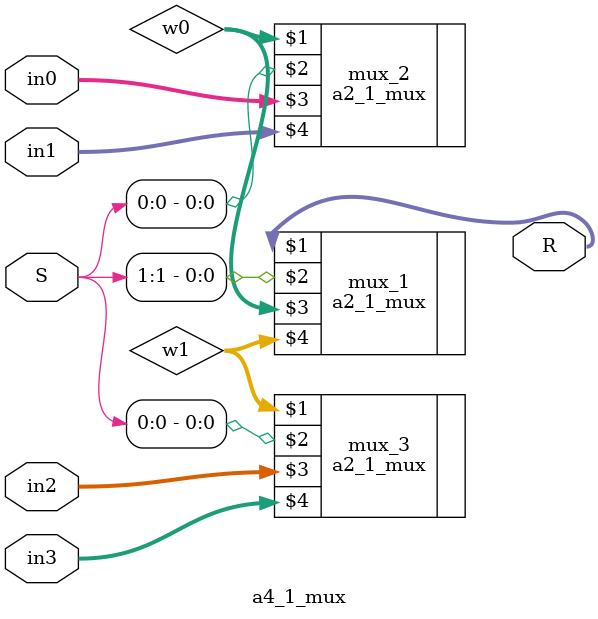
<source format=v>
module a4_1_mux(R, S, in0, in1, in2, in3);
    input [31:0] in0, in1, in2, in3;
    input [1:0] S;
    output [31:0] R;

    wire [31:0] w0, w1;

    a2_1_mux mux_1(R, S[1], w0, w1);
    a2_1_mux mux_2(w0, S[0], in0, in1);
    a2_1_mux mux_3(w1, S[0], in2, in3);
endmodule
</source>
